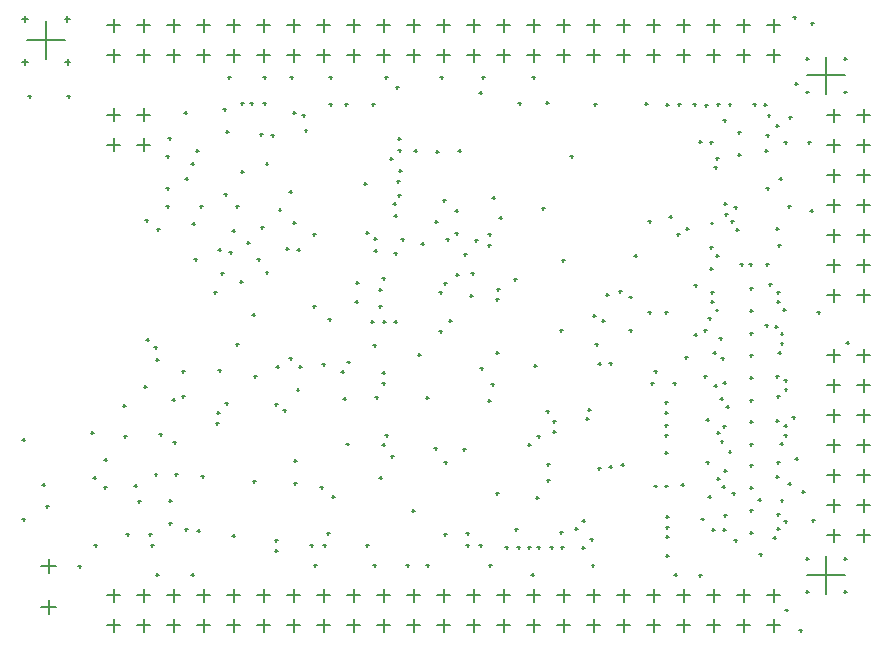
<source format=gbr>
%TF.GenerationSoftware,Altium Limited,Altium Designer,21.1.0 (24)*%
G04 Layer_Color=128*
%FSLAX45Y45*%
%MOMM*%
%TF.SameCoordinates,396C0E3A-29EE-4C6C-8395-06145A698007*%
%TF.FilePolarity,Positive*%
%TF.FileFunction,Drillmap*%
%TF.Part,Single*%
G01*
G75*
%TA.AperFunction,NonConductor*%
%ADD238C,0.12700*%
D238*
X1977000Y190500D02*
X2087000D01*
X2032000Y135500D02*
Y245500D01*
X2231000Y190500D02*
X2341000D01*
X2286000Y135500D02*
Y245500D01*
X2485000Y190500D02*
X2595000D01*
X2540000Y135500D02*
Y245500D01*
X2739000Y190500D02*
X2849000D01*
X2794000Y135500D02*
Y245500D01*
X2993000Y190500D02*
X3103000D01*
X3048000Y135500D02*
Y245500D01*
X3247000Y190500D02*
X3357000D01*
X3302000Y135500D02*
Y245500D01*
X3501000Y190500D02*
X3611000D01*
X3556000Y135500D02*
Y245500D01*
X3755000Y190500D02*
X3865000D01*
X3810000Y135500D02*
Y245500D01*
X4009000Y190500D02*
X4119000D01*
X4064000Y135500D02*
Y245500D01*
X4263000Y190500D02*
X4373000D01*
X4318000Y135500D02*
Y245500D01*
X4517000Y190500D02*
X4627000D01*
X4572000Y135500D02*
Y245500D01*
X4771000Y190500D02*
X4881000D01*
X4826000Y135500D02*
Y245500D01*
X5025000Y190500D02*
X5135000D01*
X5080000Y135500D02*
Y245500D01*
X5279000Y190500D02*
X5389000D01*
X5334000Y135500D02*
Y245500D01*
X5533000Y190500D02*
X5643000D01*
X5588000Y135500D02*
Y245500D01*
X5787000Y190500D02*
X5897000D01*
X5842000Y135500D02*
Y245500D01*
X6041000Y190500D02*
X6151000D01*
X6096000Y135500D02*
Y245500D01*
X6295000Y190500D02*
X6405000D01*
X6350000Y135500D02*
Y245500D01*
X6549000Y190500D02*
X6659000D01*
X6604000Y135500D02*
Y245500D01*
X6803000Y190500D02*
X6913000D01*
X6858000Y135500D02*
Y245500D01*
X7057000Y190500D02*
X7167000D01*
X7112000Y135500D02*
Y245500D01*
X7311000Y190500D02*
X7421000D01*
X7366000Y135500D02*
Y245500D01*
X7565000Y190500D02*
X7675000D01*
X7620000Y135500D02*
Y245500D01*
X1977000Y444500D02*
X2087000D01*
X2032000Y389500D02*
Y499500D01*
X2231000Y444500D02*
X2341000D01*
X2286000Y389500D02*
Y499500D01*
X2485000Y444500D02*
X2595000D01*
X2540000Y389500D02*
Y499500D01*
X2739000Y444500D02*
X2849000D01*
X2794000Y389500D02*
Y499500D01*
X2993000Y444500D02*
X3103000D01*
X3048000Y389500D02*
Y499500D01*
X3247000Y444500D02*
X3357000D01*
X3302000Y389500D02*
Y499500D01*
X3501000Y444500D02*
X3611000D01*
X3556000Y389500D02*
Y499500D01*
X3755000Y444500D02*
X3865000D01*
X3810000Y389500D02*
Y499500D01*
X4009000Y444500D02*
X4119000D01*
X4064000Y389500D02*
Y499500D01*
X4263000Y444500D02*
X4373000D01*
X4318000Y389500D02*
Y499500D01*
X4517000Y444500D02*
X4627000D01*
X4572000Y389500D02*
Y499500D01*
X4771000Y444500D02*
X4881000D01*
X4826000Y389500D02*
Y499500D01*
X5025000Y444500D02*
X5135000D01*
X5080000Y389500D02*
Y499500D01*
X5279000Y444500D02*
X5389000D01*
X5334000Y389500D02*
Y499500D01*
X5533000Y444500D02*
X5643000D01*
X5588000Y389500D02*
Y499500D01*
X5787000Y444500D02*
X5897000D01*
X5842000Y389500D02*
Y499500D01*
X6041000Y444500D02*
X6151000D01*
X6096000Y389500D02*
Y499500D01*
X6295000Y444500D02*
X6405000D01*
X6350000Y389500D02*
Y499500D01*
X6549000Y444500D02*
X6659000D01*
X6604000Y389500D02*
Y499500D01*
X6803000Y444500D02*
X6913000D01*
X6858000Y389500D02*
Y499500D01*
X7057000Y444500D02*
X7167000D01*
X7112000Y389500D02*
Y499500D01*
X7311000Y444500D02*
X7421000D01*
X7366000Y389500D02*
Y499500D01*
X7565000Y444500D02*
X7675000D01*
X7620000Y389500D02*
Y499500D01*
X1977000Y5016500D02*
X2087000D01*
X2032000Y4961500D02*
Y5071500D01*
X2231000Y5016500D02*
X2341000D01*
X2286000Y4961500D02*
Y5071500D01*
X2485000Y5016500D02*
X2595000D01*
X2540000Y4961500D02*
Y5071500D01*
X2739000Y5016500D02*
X2849000D01*
X2794000Y4961500D02*
Y5071500D01*
X2993000Y5016500D02*
X3103000D01*
X3048000Y4961500D02*
Y5071500D01*
X3247000Y5016500D02*
X3357000D01*
X3302000Y4961500D02*
Y5071500D01*
X3501000Y5016500D02*
X3611000D01*
X3556000Y4961500D02*
Y5071500D01*
X3755000Y5016500D02*
X3865000D01*
X3810000Y4961500D02*
Y5071500D01*
X4009000Y5016500D02*
X4119000D01*
X4064000Y4961500D02*
Y5071500D01*
X4263000Y5016500D02*
X4373000D01*
X4318000Y4961500D02*
Y5071500D01*
X4517000Y5016500D02*
X4627000D01*
X4572000Y4961500D02*
Y5071500D01*
X4771000Y5016500D02*
X4881000D01*
X4826000Y4961500D02*
Y5071500D01*
X5025000Y5016500D02*
X5135000D01*
X5080000Y4961500D02*
Y5071500D01*
X5279000Y5016500D02*
X5389000D01*
X5334000Y4961500D02*
Y5071500D01*
X5533000Y5016500D02*
X5643000D01*
X5588000Y4961500D02*
Y5071500D01*
X5787000Y5016500D02*
X5897000D01*
X5842000Y4961500D02*
Y5071500D01*
X6041000Y5016500D02*
X6151000D01*
X6096000Y4961500D02*
Y5071500D01*
X6295000Y5016500D02*
X6405000D01*
X6350000Y4961500D02*
Y5071500D01*
X6549000Y5016500D02*
X6659000D01*
X6604000Y4961500D02*
Y5071500D01*
X6803000Y5016500D02*
X6913000D01*
X6858000Y4961500D02*
Y5071500D01*
X7057000Y5016500D02*
X7167000D01*
X7112000Y4961500D02*
Y5071500D01*
X7311000Y5016500D02*
X7421000D01*
X7366000Y4961500D02*
Y5071500D01*
X7565000Y5016500D02*
X7675000D01*
X7620000Y4961500D02*
Y5071500D01*
X1977000Y5270500D02*
X2087000D01*
X2032000Y5215500D02*
Y5325500D01*
X2231000Y5270500D02*
X2341000D01*
X2286000Y5215500D02*
Y5325500D01*
X2485000Y5270500D02*
X2595000D01*
X2540000Y5215500D02*
Y5325500D01*
X2739000Y5270500D02*
X2849000D01*
X2794000Y5215500D02*
Y5325500D01*
X2993000Y5270500D02*
X3103000D01*
X3048000Y5215500D02*
Y5325500D01*
X3247000Y5270500D02*
X3357000D01*
X3302000Y5215500D02*
Y5325500D01*
X3501000Y5270500D02*
X3611000D01*
X3556000Y5215500D02*
Y5325500D01*
X3755000Y5270500D02*
X3865000D01*
X3810000Y5215500D02*
Y5325500D01*
X4009000Y5270500D02*
X4119000D01*
X4064000Y5215500D02*
Y5325500D01*
X4263000Y5270500D02*
X4373000D01*
X4318000Y5215500D02*
Y5325500D01*
X4517000Y5270500D02*
X4627000D01*
X4572000Y5215500D02*
Y5325500D01*
X4771000Y5270500D02*
X4881000D01*
X4826000Y5215500D02*
Y5325500D01*
X5025000Y5270500D02*
X5135000D01*
X5080000Y5215500D02*
Y5325500D01*
X5279000Y5270500D02*
X5389000D01*
X5334000Y5215500D02*
Y5325500D01*
X5533000Y5270500D02*
X5643000D01*
X5588000Y5215500D02*
Y5325500D01*
X5787000Y5270500D02*
X5897000D01*
X5842000Y5215500D02*
Y5325500D01*
X6041000Y5270500D02*
X6151000D01*
X6096000Y5215500D02*
Y5325500D01*
X6295000Y5270500D02*
X6405000D01*
X6350000Y5215500D02*
Y5325500D01*
X6549000Y5270500D02*
X6659000D01*
X6604000Y5215500D02*
Y5325500D01*
X6803000Y5270500D02*
X6913000D01*
X6858000Y5215500D02*
Y5325500D01*
X7057000Y5270500D02*
X7167000D01*
X7112000Y5215500D02*
Y5325500D01*
X7311000Y5270500D02*
X7421000D01*
X7366000Y5215500D02*
Y5325500D01*
X7565000Y5270500D02*
X7675000D01*
X7620000Y5215500D02*
Y5325500D01*
X8327000Y952800D02*
X8437000D01*
X8382000Y897800D02*
Y1007800D01*
X8327000Y1206800D02*
X8437000D01*
X8382000Y1151800D02*
Y1261800D01*
X8327000Y1460800D02*
X8437000D01*
X8382000Y1405800D02*
Y1515800D01*
X8327000Y1714800D02*
X8437000D01*
X8382000Y1659800D02*
Y1769800D01*
X8327000Y1968800D02*
X8437000D01*
X8382000Y1913800D02*
Y2023800D01*
X8327000Y2222800D02*
X8437000D01*
X8382000Y2167800D02*
Y2277800D01*
X8327000Y2476800D02*
X8437000D01*
X8382000Y2421800D02*
Y2531800D01*
X8073000Y952800D02*
X8183000D01*
X8128000Y897800D02*
Y1007800D01*
X8073000Y1206800D02*
X8183000D01*
X8128000Y1151800D02*
Y1261800D01*
X8073000Y1460800D02*
X8183000D01*
X8128000Y1405800D02*
Y1515800D01*
X8073000Y1714800D02*
X8183000D01*
X8128000Y1659800D02*
Y1769800D01*
X8073000Y1968800D02*
X8183000D01*
X8128000Y1913800D02*
Y2023800D01*
X8073000Y2222800D02*
X8183000D01*
X8128000Y2167800D02*
Y2277800D01*
X8073000Y2476800D02*
X8183000D01*
X8128000Y2421800D02*
Y2531800D01*
X8073000Y4508800D02*
X8183000D01*
X8128000Y4453800D02*
Y4563800D01*
X8073000Y4254800D02*
X8183000D01*
X8128000Y4199800D02*
Y4309800D01*
X8073000Y4000800D02*
X8183000D01*
X8128000Y3945800D02*
Y4055800D01*
X8073000Y3746800D02*
X8183000D01*
X8128000Y3691800D02*
Y3801800D01*
X8073000Y3492800D02*
X8183000D01*
X8128000Y3437800D02*
Y3547800D01*
X8073000Y3238800D02*
X8183000D01*
X8128000Y3183800D02*
Y3293800D01*
X8073000Y2984800D02*
X8183000D01*
X8128000Y2929800D02*
Y3039800D01*
X8327000Y4508800D02*
X8437000D01*
X8382000Y4453800D02*
Y4563800D01*
X8327000Y4254800D02*
X8437000D01*
X8382000Y4199800D02*
Y4309800D01*
X8327000Y4000800D02*
X8437000D01*
X8382000Y3945800D02*
Y4055800D01*
X8327000Y3746800D02*
X8437000D01*
X8382000Y3691800D02*
Y3801800D01*
X8327000Y3492800D02*
X8437000D01*
X8382000Y3437800D02*
Y3547800D01*
X8327000Y3238800D02*
X8437000D01*
X8382000Y3183800D02*
Y3293800D01*
X8327000Y2984800D02*
X8437000D01*
X8382000Y2929800D02*
Y3039800D01*
X2231000Y4258400D02*
X2341000D01*
X2286000Y4203400D02*
Y4313400D01*
X1977000Y4258400D02*
X2087000D01*
X2032000Y4203400D02*
Y4313400D01*
X2231000Y4512400D02*
X2341000D01*
X2286000Y4457400D02*
Y4567400D01*
X1977000Y4512400D02*
X2087000D01*
X2032000Y4457400D02*
Y4567400D01*
X7904500Y615000D02*
X8224500D01*
X8064500Y455000D02*
Y775000D01*
X7904500Y4846000D02*
X8224500D01*
X8064500Y4686000D02*
Y5006000D01*
X1300500Y5143500D02*
X1620500D01*
X1460500Y4983500D02*
Y5303500D01*
X1420000Y695000D02*
X1540000D01*
X1480000Y635000D02*
Y755000D01*
X1420000Y345000D02*
X1540000D01*
X1480000Y285000D02*
Y405000D01*
X4467500Y3460000D02*
X4492500D01*
X4480000Y3447500D02*
Y3472500D01*
X4407500Y3340000D02*
X4432500D01*
X4420000Y3327500D02*
Y3352500D01*
X3205827Y2818327D02*
X3230827D01*
X3218327Y2805828D02*
Y2830827D01*
X5657500Y3720000D02*
X5682500D01*
X5670000Y3707500D02*
Y3732500D01*
X4925451Y3702049D02*
X4950451D01*
X4937951Y3689549D02*
Y3714549D01*
X2497500Y1055000D02*
X2522500D01*
X2510000Y1042500D02*
Y1067500D01*
X2497500Y1245000D02*
X2522500D01*
X2510000Y1232500D02*
Y1257500D01*
X3557500Y1395000D02*
X3582500D01*
X3570000Y1382500D02*
Y1407500D01*
X3557500Y1585000D02*
X3582500D01*
X3570000Y1572500D02*
Y1597500D01*
X7417500Y2855000D02*
X7442500D01*
X7430000Y2842500D02*
Y2867500D01*
X7417500Y3045000D02*
X7442500D01*
X7430000Y3032500D02*
Y3057500D01*
X7417500Y975000D02*
X7442500D01*
X7430000Y962500D02*
Y987500D01*
X7417500Y1165000D02*
X7442500D01*
X7430000Y1152500D02*
Y1177500D01*
X7417500Y1725000D02*
X7442500D01*
X7430000Y1712500D02*
Y1737500D01*
X7417500Y1915000D02*
X7442500D01*
X7430000Y1902500D02*
Y1927500D01*
X7417500Y1355000D02*
X7442500D01*
X7430000Y1342500D02*
Y1367500D01*
X7417500Y1545000D02*
X7442500D01*
X7430000Y1532500D02*
Y1557500D01*
X7417500Y2095000D02*
X7442500D01*
X7430000Y2082500D02*
Y2107500D01*
X7417500Y2285000D02*
X7442500D01*
X7430000Y2272500D02*
Y2297500D01*
X7317500Y4365000D02*
X7342500D01*
X7330000Y4352500D02*
Y4377500D01*
X7317500Y4175000D02*
X7342500D01*
X7330000Y4162500D02*
Y4187500D01*
X7417500Y2475000D02*
X7442500D01*
X7430000Y2462500D02*
Y2487500D01*
X7417500Y2665000D02*
X7442500D01*
X7430000Y2652500D02*
Y2677500D01*
X8212000Y755000D02*
X8237000D01*
X8224500Y742500D02*
Y767500D01*
X8212000Y475000D02*
X8237000D01*
X8224500Y462500D02*
Y487500D01*
X7892000Y475000D02*
X7917000D01*
X7904500Y462500D02*
Y487500D01*
X7892000Y755000D02*
X7917000D01*
X7904500Y742500D02*
Y767500D01*
X8212000Y4986000D02*
X8237000D01*
X8224500Y4973500D02*
Y4998500D01*
X8212000Y4706000D02*
X8237000D01*
X8224500Y4693500D02*
Y4718500D01*
X7892000Y4706000D02*
X7917000D01*
X7904500Y4693500D02*
Y4718500D01*
X7892000Y4986000D02*
X7917000D01*
X7904500Y4973500D02*
Y4998500D01*
X1255500Y5323500D02*
X1305500D01*
X1280500Y5298500D02*
Y5348500D01*
X1255500Y4963500D02*
X1305500D01*
X1280500Y4938500D02*
Y4988500D01*
X1615988Y4963500D02*
X1665988D01*
X1640988Y4938500D02*
Y4988500D01*
X1615484Y5323500D02*
X1665484D01*
X1640484Y5298500D02*
Y5348500D01*
X7657500Y2500000D02*
X7682500D01*
X7670000Y2487500D02*
Y2512500D01*
X7192653Y2243440D02*
X7217653D01*
X7205153Y2230940D02*
Y2255940D01*
X7137361Y1819851D02*
X7162361D01*
X7149861Y1807351D02*
Y1832351D01*
X7189362Y1873897D02*
X7214361D01*
X7201861Y1861397D02*
Y1886397D01*
X7637485Y1449997D02*
X7662485D01*
X7649985Y1437497D02*
Y1462497D01*
X7777134Y1953060D02*
X7802134D01*
X7789634Y1940561D02*
Y1965560D01*
X7802233Y1601672D02*
X7827233D01*
X7814733Y1589172D02*
Y1614172D01*
X7183014Y1363489D02*
X7208014D01*
X7195514Y1350989D02*
Y1375989D01*
X7137500Y1430000D02*
X7162500D01*
X7150000Y1417500D02*
Y1442500D01*
X4164989Y3515000D02*
X4189989D01*
X4177489Y3502500D02*
Y3527500D01*
X4234154Y3463445D02*
X4259154D01*
X4246654Y3450945D02*
Y3475945D01*
X2347500Y870000D02*
X2372500D01*
X2360000Y857500D02*
Y882500D01*
X3579773Y2185804D02*
X3604772D01*
X3592272Y2173304D02*
Y2198303D01*
X6098159Y4600659D02*
X6123158D01*
X6110659Y4588159D02*
Y4613158D01*
X6527512Y4604881D02*
X6552512D01*
X6540012Y4592381D02*
Y4617381D01*
X7932708Y5287588D02*
X7957708D01*
X7945208Y5275088D02*
Y5300087D01*
X7695471Y2864162D02*
X7720470D01*
X7707970Y2851662D02*
Y2876662D01*
X4307500Y2330000D02*
X4332500D01*
X4320000Y2317500D02*
Y2342500D01*
X4607500Y2480000D02*
X4632500D01*
X4620000Y2467500D02*
Y2492500D01*
X4277500Y3030000D02*
X4302500D01*
X4290000Y3017500D02*
Y3042500D01*
X4407500Y2760000D02*
X4432500D01*
X4420000Y2747500D02*
Y2772500D01*
X4277500Y2890000D02*
X4302500D01*
X4290000Y2877500D02*
Y2902500D01*
X4308905Y2760000D02*
X4333904D01*
X4321405Y2747500D02*
Y2772500D01*
X3517500Y3860000D02*
X3542500D01*
X3530000Y3847500D02*
Y3872500D01*
X2637500Y3970000D02*
X2662500D01*
X2650000Y3957500D02*
Y3982500D01*
X2957500Y4560000D02*
X2982500D01*
X2970000Y4547500D02*
Y4572500D01*
X3108534Y4610965D02*
X3133534D01*
X3121034Y4598465D02*
Y4623464D01*
X3187500Y4610000D02*
X3212500D01*
X3200000Y4597500D02*
Y4622500D01*
X3987500Y4602500D02*
X4012500D01*
X4000000Y4590000D02*
Y4615000D01*
X4217500Y4602500D02*
X4242500D01*
X4230000Y4590000D02*
Y4615000D01*
X4421792Y4747500D02*
X4446792D01*
X4434292Y4735000D02*
Y4760000D01*
X2760000Y3740000D02*
X2785000D01*
X2772500Y3727500D02*
Y3752500D01*
X5693159Y2004341D02*
X5718158D01*
X5705659Y1991842D02*
Y2016841D01*
X5807500Y2690000D02*
X5832500D01*
X5820000Y2677500D02*
Y2702500D01*
X5587500Y2390000D02*
X5612500D01*
X5600000Y2377500D02*
Y2402500D01*
X2897500Y1900000D02*
X2922500D01*
X2910000Y1887500D02*
Y1912500D01*
X3037500Y950000D02*
X3062500D01*
X3050000Y937500D02*
Y962500D01*
X5017500Y870000D02*
X5042500D01*
X5030000Y857500D02*
Y882500D01*
X5127500Y870000D02*
X5152500D01*
X5140000Y857500D02*
Y882500D01*
X7942661Y1080000D02*
X7967661D01*
X7955161Y1067500D02*
Y1092500D01*
X4798750Y4830000D02*
X4823750D01*
X4811250Y4817500D02*
Y4842500D01*
X2997500Y4830000D02*
X3022500D01*
X3010000Y4817500D02*
Y4842500D01*
X2495728Y4313171D02*
X2520728D01*
X2508228Y4300671D02*
Y4325671D01*
X1307500Y4670000D02*
X1332500D01*
X1320000Y4657500D02*
Y4682500D01*
X4577500Y4210000D02*
X4602500D01*
X4590000Y4197500D02*
Y4222500D01*
X4637500Y3420000D02*
X4662500D01*
X4650000Y3407500D02*
Y3432500D01*
X2627500Y4530000D02*
X2652500D01*
X2640000Y4517500D02*
Y4542500D01*
X5267500Y2500000D02*
X5292500D01*
X5280000Y2487500D02*
Y2512500D01*
X6557500Y3610000D02*
X6582500D01*
X6570000Y3597500D02*
Y3622500D01*
X6557500Y2840000D02*
X6582500D01*
X6570000Y2827500D02*
Y2852500D01*
X6107500Y2570000D02*
X6132500D01*
X6120000Y2557500D02*
Y2582500D01*
X5607500Y1270000D02*
X5632500D01*
X5620000Y1257500D02*
Y1282500D01*
X7667500Y3970000D02*
X7692500D01*
X7680000Y3957500D02*
Y3982500D01*
X7567500Y4510000D02*
X7592500D01*
X7580000Y4497500D02*
Y4522500D01*
X3217500Y2300000D02*
X3242500D01*
X3230000Y2287500D02*
Y2312500D01*
X3064854Y2569391D02*
X3089854D01*
X3077354Y2556891D02*
Y2581890D01*
X2374916Y2543022D02*
X2399916D01*
X2387416Y2530522D02*
Y2555522D01*
X2633536Y1005198D02*
X2658536D01*
X2646036Y992698D02*
Y1017697D01*
X1457500Y1200000D02*
X1482500D01*
X1470000Y1187500D02*
Y1212500D01*
X1950144Y1591929D02*
X1975144D01*
X1962644Y1579429D02*
Y1604429D01*
X2205744Y1370541D02*
X2230743D01*
X2218243Y1358041D02*
Y1383041D01*
X2547500Y1470000D02*
X2572500D01*
X2560000Y1457500D02*
Y1482500D01*
X2903192Y1991900D02*
X2928192D01*
X2915692Y1979400D02*
Y2004400D01*
X3207500Y1410000D02*
X3232500D01*
X3220000Y1397500D02*
Y1422500D01*
X4329717Y1798770D02*
X4354717D01*
X4342217Y1786270D02*
Y1811269D01*
X3877500Y1279012D02*
X3902500D01*
X3890000Y1266512D02*
Y1291512D01*
X4279733Y1439012D02*
X4304733D01*
X4292233Y1426512D02*
Y1451512D01*
X3782560Y1359012D02*
X3807560D01*
X3795060Y1346512D02*
Y1371512D01*
X4377500Y1620000D02*
X4402500D01*
X4390000Y1607500D02*
Y1632500D01*
X7707499Y4280000D02*
X7732498D01*
X7719999Y4267500D02*
Y4292500D01*
X7637500Y4420000D02*
X7662500D01*
X7650000Y4407500D02*
Y4432500D01*
X7557500Y4340000D02*
X7582500D01*
X7570000Y4327500D02*
Y4352500D01*
X7747500Y4490000D02*
X7772500D01*
X7760000Y4477500D02*
Y4502500D01*
X7737500Y3740000D02*
X7762500D01*
X7750000Y3727500D02*
Y3752500D01*
X7637500Y3550000D02*
X7662500D01*
X7650000Y3537500D02*
Y3562500D01*
X7927500Y3700000D02*
X7952500D01*
X7940000Y3687500D02*
Y3712500D01*
X7797500Y4774736D02*
X7822500D01*
X7810000Y4762236D02*
Y4787236D01*
X5128030Y4700000D02*
X5153029D01*
X5140529Y4687500D02*
Y4712500D01*
X3857500Y4602500D02*
X3882500D01*
X3870000Y4590000D02*
Y4615000D01*
X5457500Y4610000D02*
X5482500D01*
X5470000Y4597500D02*
Y4622500D01*
X5690849Y4613348D02*
X5715848D01*
X5703349Y4600849D02*
Y4625848D01*
X5577500Y4830000D02*
X5602500D01*
X5590000Y4817500D02*
Y4842500D01*
X4327500Y4830000D02*
X4352500D01*
X4340000Y4817500D02*
Y4842500D01*
X3857500Y4830000D02*
X3882500D01*
X3870000Y4817500D02*
Y4842500D01*
X3527500Y4830000D02*
X3552500D01*
X3540000Y4817500D02*
Y4842500D01*
X3297500Y4830000D02*
X3322500D01*
X3310000Y4817500D02*
Y4842500D01*
X3297500Y4610000D02*
X3322500D01*
X3310000Y4597500D02*
Y4622500D01*
X3547500Y4530000D02*
X3572500D01*
X3560000Y4517500D02*
Y4542500D01*
X3627500Y4510000D02*
X3652500D01*
X3640000Y4497500D02*
Y4522500D01*
X5147500Y4830000D02*
X5172500D01*
X5160000Y4817500D02*
Y4842500D01*
X3837500Y970000D02*
X3862500D01*
X3850000Y957500D02*
Y982500D01*
X7237500Y4600000D02*
X7262500D01*
X7250000Y4587500D02*
Y4612500D01*
X7447500Y4600000D02*
X7472500D01*
X7460000Y4587500D02*
Y4612500D01*
X7191842Y4465659D02*
X7216841D01*
X7204341Y4453159D02*
Y4478158D01*
X7137106Y4600923D02*
X7162106D01*
X7149606Y4588423D02*
Y4613423D01*
X7037500Y4595265D02*
X7062500D01*
X7050000Y4582765D02*
Y4607764D01*
X7537359Y4599532D02*
X7562359D01*
X7549859Y4587032D02*
Y4612031D01*
X6937500Y4600000D02*
X6962500D01*
X6950000Y4587500D02*
Y4612500D01*
X6807500Y4600000D02*
X6832500D01*
X6820000Y4587500D02*
Y4612500D01*
X6708195Y4598026D02*
X6733195D01*
X6720695Y4585527D02*
Y4610526D01*
X5747500Y1920000D02*
X5772500D01*
X5760000Y1907500D02*
Y1932500D01*
X5747500Y1830000D02*
X5772500D01*
X5760000Y1817500D02*
Y1842500D01*
X5826249Y3281251D02*
X5851249D01*
X5838749Y3268751D02*
Y3293751D01*
X6130000Y1520000D02*
X6155000D01*
X6142500Y1507500D02*
Y1532500D01*
X6229069Y1531568D02*
X6254068D01*
X6241568Y1519069D02*
Y1544068D01*
X5697500Y1552500D02*
X5722500D01*
X5710000Y1540000D02*
Y1565000D01*
X6327500Y1550000D02*
X6352500D01*
X6340000Y1537500D02*
Y1562500D01*
X6045000Y2016697D02*
X6070000D01*
X6057500Y2004197D02*
Y2029197D01*
X5617500Y1790000D02*
X5642500D01*
X5630000Y1777500D02*
Y1802500D01*
X5994152Y846652D02*
X6019152D01*
X6006652Y834152D02*
Y859152D01*
X6000804Y1076697D02*
X6025803D01*
X6013303Y1064197D02*
Y1089197D01*
X5937500Y1010000D02*
X5962500D01*
X5950000Y997500D02*
Y1022500D01*
X5807500Y980000D02*
X5832500D01*
X5820000Y967500D02*
Y992500D01*
X5817500Y850529D02*
X5842500D01*
X5830000Y838030D02*
Y863029D01*
X6067500Y920000D02*
X6092500D01*
X6080000Y907500D02*
Y932500D01*
X4757500Y4200000D02*
X4782500D01*
X4770000Y4187500D02*
Y4212500D01*
X4207500Y2760000D02*
X4232500D01*
X4220000Y2747500D02*
Y2772500D01*
X4557500Y1160000D02*
X4582500D01*
X4570000Y1147500D02*
Y1172500D01*
X2607500Y2340000D02*
X2632500D01*
X2620000Y2327500D02*
Y2352500D01*
X2537500Y1740000D02*
X2562500D01*
X2550000Y1727500D02*
Y1752500D01*
X2417500Y1810000D02*
X2442500D01*
X2430000Y1797500D02*
Y1822500D01*
X3958159Y2339342D02*
X3983158D01*
X3970659Y2326842D02*
Y2351841D01*
X3466841Y2010658D02*
X3491841D01*
X3479341Y1998159D02*
Y2023158D01*
X3397493Y2059996D02*
X3422493D01*
X3409993Y2047496D02*
Y2072496D01*
X4007500Y2420000D02*
X4032500D01*
X4020000Y2407500D02*
Y2432500D01*
X2377500Y1470000D02*
X2402500D01*
X2390000Y1457500D02*
Y1482500D01*
X1427500Y1380000D02*
X1452500D01*
X1440000Y1367500D02*
Y1392500D01*
X3850000Y2780000D02*
X3875000D01*
X3862500Y2767500D02*
Y2792500D01*
X3797500Y2400000D02*
X3822500D01*
X3810000Y2387500D02*
Y2412500D01*
X4002386Y1725615D02*
X4027386D01*
X4014886Y1713115D02*
Y1738115D01*
X5427500Y1002500D02*
X5452500D01*
X5440000Y990000D02*
Y1015000D01*
X5346842Y849342D02*
X5371841D01*
X5359342Y836842D02*
Y861842D01*
X5727500Y850000D02*
X5752500D01*
X5740000Y837500D02*
Y862500D01*
X5447500Y850000D02*
X5472500D01*
X5460000Y837500D02*
Y862500D01*
X5537500Y850000D02*
X5562500D01*
X5550000Y837500D02*
Y862500D01*
X5617500Y850000D02*
X5642500D01*
X5630000Y837500D02*
Y862500D01*
X4307500Y1720000D02*
X4332500D01*
X4320000Y1707500D02*
Y1732500D01*
X4747500Y1690000D02*
X4772500D01*
X4760000Y1677500D02*
Y1702500D01*
X4247500Y2120000D02*
X4272500D01*
X4260000Y2107500D02*
Y2132500D01*
X3977500Y2110000D02*
X4002500D01*
X3990000Y2097500D02*
Y2122500D01*
X4827500Y960000D02*
X4852500D01*
X4840000Y947500D02*
Y972500D01*
X3807500Y870000D02*
X3832500D01*
X3820000Y857500D02*
Y882500D01*
X4167500Y870000D02*
X4192500D01*
X4180000Y857500D02*
Y882500D01*
X5017500Y970000D02*
X5042500D01*
X5030000Y957500D02*
Y982500D01*
X2327500Y960000D02*
X2352500D01*
X2340000Y947500D02*
Y972500D01*
X5567500Y620000D02*
X5592500D01*
X5580000Y607500D02*
Y632500D01*
X2137500Y960000D02*
X2162500D01*
X2150000Y947500D02*
Y972500D01*
X2107140Y2050360D02*
X2132140D01*
X2119640Y2037860D02*
Y2062859D01*
X2117500Y1790000D02*
X2142500D01*
X2130000Y1777500D02*
Y1802500D01*
X2737500Y990000D02*
X2762500D01*
X2750000Y977500D02*
Y1002500D01*
X3697500Y870000D02*
X3722500D01*
X3710000Y857500D02*
Y882500D01*
X2387500Y620000D02*
X2412500D01*
X2400000Y607500D02*
Y632500D01*
X2687500Y620000D02*
X2712500D01*
X2700000Y607500D02*
Y632500D01*
X2775000Y1452500D02*
X2800000D01*
X2787500Y1440000D02*
Y1465000D01*
X1947500Y1360000D02*
X1972500D01*
X1960000Y1347500D02*
Y1372500D01*
X1731881Y690018D02*
X1756881D01*
X1744381Y677518D02*
Y702518D01*
X1867500Y870000D02*
X1892500D01*
X1880000Y857500D02*
Y882500D01*
X2237500Y1240000D02*
X2262500D01*
X2250000Y1227500D02*
Y1252500D01*
X1857500Y1440000D02*
X1882500D01*
X1870000Y1427500D02*
Y1452500D01*
X2307500Y2610000D02*
X2332500D01*
X2320000Y2597500D02*
Y2622500D01*
X2697500Y3590000D02*
X2722500D01*
X2710000Y3577500D02*
Y3602500D01*
X2937500Y3170000D02*
X2962500D01*
X2950000Y3157500D02*
Y3182500D01*
X3009164Y3349445D02*
X3034164D01*
X3021664Y3336945D02*
Y3361945D01*
X2297500Y3620000D02*
X2322500D01*
X2310000Y3607500D02*
Y3632500D01*
X2397500Y3544998D02*
X2422500D01*
X2410000Y3532498D02*
Y3557498D01*
X2288073Y2211071D02*
X2313073D01*
X2300573Y2198571D02*
Y2223570D01*
X5197500Y3410000D02*
X5222500D01*
X5210000Y3397500D02*
Y3422500D01*
X5202102Y3502534D02*
X5227102D01*
X5214602Y3490034D02*
Y3515034D01*
X7028159Y2300659D02*
X7053158D01*
X7040659Y2288159D02*
Y2313158D01*
X6867348Y2460817D02*
X6892347D01*
X6879848Y2448317D02*
Y2473317D01*
X7006842Y1090658D02*
X7031841D01*
X7019342Y1078159D02*
Y1103158D01*
X7097486Y999998D02*
X7122486D01*
X7109986Y987498D02*
Y1012498D01*
X6987395Y614807D02*
X7012395D01*
X6999895Y602307D02*
Y627307D01*
X7497958Y792345D02*
X7522957D01*
X7510457Y779845D02*
Y804845D01*
X4987500Y1680000D02*
X5012500D01*
X5000000Y1667500D02*
Y1692500D01*
X7717500Y320000D02*
X7742500D01*
X7730000Y307500D02*
Y332500D01*
X8235854Y2583854D02*
X8260854D01*
X8248354Y2571355D02*
Y2596354D01*
X7197500Y3760000D02*
X7222500D01*
X7210000Y3747500D02*
Y3772500D01*
X6397500Y2690000D02*
X6422500D01*
X6410000Y2677500D02*
Y2702500D01*
X6163654Y2770358D02*
X6188654D01*
X6176154Y2757858D02*
Y2782858D01*
X3397500Y910000D02*
X3422500D01*
X3410000Y897500D02*
Y922500D01*
X3397500Y820000D02*
X3422500D01*
X3410000Y807500D02*
Y832500D01*
X6697753Y1885314D02*
X6722753D01*
X6710253Y1872814D02*
Y1897814D01*
X7117500Y2220000D02*
X7142500D01*
X7130000Y2207500D02*
Y2232500D01*
X7787500Y5340000D02*
X7812500D01*
X7800000Y5327500D02*
Y5352500D01*
X7490000Y1252366D02*
X7515000D01*
X7502500Y1239866D02*
Y1264866D01*
X7677485Y1249997D02*
X7702484D01*
X7689985Y1237498D02*
Y1262497D01*
X7267500Y1307500D02*
X7292500D01*
X7280000Y1295000D02*
Y1320000D01*
X7857500D02*
X7882500D01*
X7870000Y1307500D02*
Y1332500D01*
X7741646Y1387500D02*
X7766645D01*
X7754146Y1375000D02*
Y1400000D01*
X6987500Y4284038D02*
X7012500D01*
X7000000Y4271539D02*
Y4296538D01*
X7177486Y2449995D02*
X7202485D01*
X7189986Y2437495D02*
Y2462495D01*
X7107500Y2500000D02*
X7132500D01*
X7120000Y2487500D02*
Y2512500D01*
X7027500Y2690000D02*
X7052500D01*
X7040000Y2677500D02*
Y2702500D01*
X6947500Y2650000D02*
X6972500D01*
X6960000Y2637500D02*
Y2662500D01*
X7157486Y2619995D02*
X7182486D01*
X7169986Y2607495D02*
Y2632495D01*
X7067500Y2790000D02*
X7092500D01*
X7080000Y2777500D02*
Y2802500D01*
X7077500Y4280000D02*
X7102500D01*
X7090000Y4267500D02*
Y4292500D01*
X7130218Y4143903D02*
X7155217D01*
X7142717Y4131403D02*
Y4156403D01*
X7117486Y4069992D02*
X7142486D01*
X7129986Y4057492D02*
Y4082492D01*
X4397500Y3760000D02*
X4422500D01*
X4410000Y3747500D02*
Y3772500D01*
X4407500Y3660000D02*
X4432500D01*
X4420000Y3647500D02*
Y3672500D01*
X7337500Y3249251D02*
X7362500D01*
X7350000Y3236751D02*
Y3261750D01*
X7414251Y3249251D02*
X7439250D01*
X7426750Y3236751D02*
Y3261750D01*
X7553684Y3249251D02*
X7578684D01*
X7566184Y3236751D02*
Y3261750D01*
X7577500Y3080000D02*
X7602500D01*
X7590000Y3067500D02*
Y3092500D01*
X7645587Y3011913D02*
X7670586D01*
X7658087Y2999414D02*
Y3024413D01*
X7128817Y3321317D02*
X7153817D01*
X7141317Y3308817D02*
Y3333817D01*
X7087500Y3010000D02*
X7112500D01*
X7100000Y2997500D02*
Y3022500D01*
X7627500Y2720000D02*
X7652500D01*
X7640000Y2707500D02*
Y2732500D01*
X7677485Y2659995D02*
X7702484D01*
X7689985Y2647495D02*
Y2672495D01*
X7677485Y2579995D02*
X7702484D01*
X7689985Y2567495D02*
Y2592495D01*
X7547500Y2730000D02*
X7572500D01*
X7560000Y2717500D02*
Y2742500D01*
X7169623Y1747877D02*
X7194623D01*
X7182123Y1735377D02*
Y1760377D01*
X7047500Y1570000D02*
X7072500D01*
X7060000Y1557500D02*
Y1582500D01*
X7047500Y1930000D02*
X7072500D01*
X7060000Y1917500D02*
Y1942500D01*
X7168817Y2108683D02*
X7193817D01*
X7181317Y2096184D02*
Y2121183D01*
X7217486Y2039996D02*
X7242485D01*
X7229986Y2027496D02*
Y2052496D01*
X7187500Y1000000D02*
X7212500D01*
X7200000Y987500D02*
Y1012500D01*
X7197500Y1122500D02*
X7222500D01*
X7210000Y1110001D02*
Y1135000D01*
X7287500Y910000D02*
X7312500D01*
X7300000Y897500D02*
Y922500D01*
X7197486Y1499997D02*
X7222485D01*
X7209986Y1487497D02*
Y1512497D01*
X4237492Y3359993D02*
X4262491D01*
X4249991Y3347493D02*
Y3372493D01*
X4147500Y3930000D02*
X4172500D01*
X4160000Y3917500D02*
Y3942500D01*
X6797500Y3500000D02*
X6822500D01*
X6810000Y3487500D02*
Y3512500D01*
X7085000Y3596747D02*
X7110000D01*
X7097500Y3584247D02*
Y3609247D01*
X7545864Y4210000D02*
X7570864D01*
X7558364Y4197500D02*
Y4222500D01*
X7907500Y4280000D02*
X7932500D01*
X7920000Y4267500D02*
Y4292500D01*
X7708554Y2265000D02*
X7733554D01*
X7721054Y2252500D02*
Y2277499D01*
X7711603Y2190000D02*
X7736603D01*
X7724103Y2177500D02*
Y2202500D01*
X7637485Y2299995D02*
X7662485D01*
X7649985Y2287496D02*
Y2312495D01*
X7647485Y2129996D02*
X7672485D01*
X7659985Y2117496D02*
Y2142496D01*
X7707500Y1880000D02*
X7732500D01*
X7720000Y1867500D02*
Y1892500D01*
X7707500Y1800000D02*
X7732500D01*
X7720000Y1787500D02*
Y1812500D01*
X7639397Y1922499D02*
X7664397D01*
X7651897Y1909999D02*
Y1934999D01*
X7674827Y1726203D02*
X7699827D01*
X7687327Y1713703D02*
Y1738703D01*
X7647500Y1570000D02*
X7672500D01*
X7660000Y1557500D02*
Y1582500D01*
X7647485Y1129998D02*
X7672485D01*
X7659985Y1117498D02*
Y1142498D01*
X7647485Y1009998D02*
X7672485D01*
X7659985Y997498D02*
Y1022498D01*
X7707485Y1069998D02*
X7732484D01*
X7719985Y1057498D02*
Y1082498D01*
X7617500Y930000D02*
X7642500D01*
X7630000Y917500D02*
Y942500D01*
X6027500Y1940000D02*
X6052500D01*
X6040000Y1927500D02*
Y1952500D01*
X6767500Y2240000D02*
X6792500D01*
X6780000Y2227500D02*
Y2252500D01*
X5057500Y3170000D02*
X5082500D01*
X5070000Y3157500D02*
Y3182500D01*
X5273749Y3033751D02*
X5298749D01*
X5286249Y3021252D02*
Y3046251D01*
X5267500Y2950000D02*
X5292500D01*
X5280000Y2937500D02*
Y2962500D01*
X5137451Y2364951D02*
X5162451D01*
X5149951Y2352451D02*
Y2377451D01*
X4307500Y2240000D02*
X4332500D01*
X4320000Y2227500D02*
Y2252500D01*
X6707487Y779998D02*
X6732486D01*
X6719987Y767499D02*
Y792498D01*
X6707500Y1020000D02*
X6732500D01*
X6720000Y1007500D02*
Y1032500D01*
X7557500Y3890000D02*
X7582500D01*
X7570000Y3877500D02*
Y3902500D01*
X4847500Y3460000D02*
X4872500D01*
X4860000Y3447500D02*
Y3472500D01*
X4427500Y3950000D02*
X4452500D01*
X4440000Y3937500D02*
Y3962500D01*
X4367500Y4140000D02*
X4392500D01*
X4380000Y4127500D02*
Y4152500D01*
X4817490Y3789992D02*
X4842490D01*
X4829990Y3777493D02*
Y3802492D01*
X4447500Y4040000D02*
X4472500D01*
X4460000Y4027500D02*
Y4052500D01*
X3717500Y3500000D02*
X3742500D01*
X3730000Y3487500D02*
Y3512500D01*
X2917494Y3369993D02*
X2942494D01*
X2929994Y3357493D02*
Y3382493D01*
X3587500Y3370000D02*
X3612500D01*
X3600000Y3357500D02*
Y3382500D01*
X4077599Y2928585D02*
X4102598D01*
X4090098Y2916085D02*
Y2941085D01*
X4080000Y3090000D02*
X4105000D01*
X4092500Y3077500D02*
Y3102500D01*
X3408609Y2379792D02*
X3433609D01*
X3421109Y2367292D02*
Y2392292D01*
X3717500Y2890000D02*
X3742500D01*
X3730000Y2877500D02*
Y2902500D01*
X2917500Y2350000D02*
X2942500D01*
X2930000Y2337500D02*
Y2362500D01*
X3519874Y2452374D02*
X3544874D01*
X3532374Y2439874D02*
Y2464874D01*
X2714810Y3290000D02*
X2739810D01*
X2727310Y3277500D02*
Y3302500D01*
X6437500Y3320000D02*
X6462500D01*
X6450000Y3307500D02*
Y3332500D01*
X4437500Y4310000D02*
X4462500D01*
X4450000Y4297500D02*
Y4322500D01*
X1257500Y1090000D02*
X1282500D01*
X1270000Y1077500D02*
Y1102500D01*
X1257500Y1760000D02*
X1282500D01*
X1270000Y1747500D02*
Y1772500D01*
X2727500Y4210000D02*
X2752500D01*
X2740000Y4197500D02*
Y4222500D01*
X2477500Y4160000D02*
X2502500D01*
X2490000Y4147500D02*
Y4172500D01*
X3647500Y4380000D02*
X3672500D01*
X3660000Y4367500D02*
Y4392500D01*
X3267500Y4350000D02*
X3292500D01*
X3280000Y4337500D02*
Y4362500D01*
X3317500Y4097503D02*
X3342500D01*
X3330000Y4085003D02*
Y4110002D01*
X3067500Y3740000D02*
X3092500D01*
X3080000Y3727500D02*
Y3752500D01*
X3037500Y3530000D02*
X3062500D01*
X3050000Y3517500D02*
Y3542500D01*
X3427500Y3710000D02*
X3452500D01*
X3440000Y3697500D02*
Y3722500D01*
X3247500Y3290000D02*
X3272500D01*
X3260000Y3277500D02*
Y3302500D01*
X3317500Y3180000D02*
X3342500D01*
X3330000Y3167500D02*
Y3192500D01*
X6087500Y2810000D02*
X6112500D01*
X6100000Y2797500D02*
Y2822500D01*
X6307500Y3020000D02*
X6332500D01*
X6320000Y3007500D02*
Y3032500D01*
X7077500Y3210000D02*
X7102500D01*
X7090000Y3197500D02*
Y3222500D01*
X7077486Y3389993D02*
X7102486D01*
X7089986Y3377493D02*
Y3402493D01*
X4440575Y4211807D02*
X4465575D01*
X4453075Y4199307D02*
Y4224307D01*
X4947500Y4210000D02*
X4972500D01*
X4960000Y4197500D02*
Y4222500D01*
X4787500Y3010000D02*
X4812500D01*
X4800000Y2997500D02*
Y3022500D01*
X5087500Y3450000D02*
X5112500D01*
X5100000Y3437500D02*
Y3462500D01*
X4997500Y3330000D02*
X5022500D01*
X5010000Y3317500D02*
Y3342500D01*
X5297500Y3640000D02*
X5322500D01*
X5310000Y3627500D02*
Y3652500D01*
X5897500Y4160000D02*
X5922500D01*
X5910000Y4147500D02*
Y4172500D01*
X6227500Y2409999D02*
X6252499D01*
X6239999Y2397500D02*
Y2422499D01*
X6577500Y2240000D02*
X6602500D01*
X6590000Y2227500D02*
Y2252500D01*
X7837500Y150000D02*
X7862500D01*
X7850000Y137500D02*
Y162500D01*
X6777500Y620000D02*
X6802500D01*
X6790000Y607500D02*
Y632500D01*
X6607500Y1370000D02*
X6632500D01*
X6620000Y1357500D02*
Y1382500D01*
X4831866Y1570330D02*
X4856866D01*
X4844366Y1557830D02*
Y1582830D01*
X2977500Y2070000D02*
X3002500D01*
X2990000Y2057500D02*
Y2082500D01*
X1837500Y1820000D02*
X1862500D01*
X1850000Y1807500D02*
Y1832500D01*
X2387500Y2440000D02*
X2412500D01*
X2400000Y2427500D02*
Y2452500D01*
X2607500Y2130000D02*
X2632500D01*
X2620000Y2117500D02*
Y2142500D01*
X4227500Y700000D02*
X4252500D01*
X4240000Y687500D02*
Y712500D01*
X4675001Y2117501D02*
X4700001D01*
X4687501Y2105001D02*
Y2130001D01*
X7647500Y2930000D02*
X7672500D01*
X7660000Y2917500D02*
Y2942500D01*
X6132717Y2404784D02*
X6157716D01*
X6145217Y2392284D02*
Y2417283D01*
X6837500Y1380000D02*
X6862500D01*
X6850000Y1367500D02*
Y1392500D01*
X6607500Y2340000D02*
X6632500D01*
X6620000Y2327500D02*
Y2352500D01*
X3597500Y2380000D02*
X3622500D01*
X3610000Y2367500D02*
Y2392500D01*
X1637500Y4670000D02*
X1662500D01*
X1650000Y4657500D02*
Y4682500D01*
X5697500Y1420000D02*
X5722500D01*
X5710000Y1407500D02*
Y1432500D01*
X6697500Y1990000D02*
X6722500D01*
X6710000Y1977500D02*
Y2002500D01*
X6697500Y1800000D02*
X6722500D01*
X6710000Y1787500D02*
Y1812500D01*
X6697500Y1650000D02*
X6722500D01*
X6710000Y1637500D02*
Y1662500D01*
X5267500Y1310000D02*
X5292500D01*
X5280000Y1297500D02*
Y1322500D01*
X7087486Y2929994D02*
X7112486D01*
X7099986Y2917494D02*
Y2942494D01*
X6877500Y3550000D02*
X6902500D01*
X6890000Y3537500D02*
Y3562500D01*
X4307500Y3130000D02*
X4332500D01*
X4320000Y3117500D02*
Y3142500D01*
X4927500Y3160000D02*
X4952500D01*
X4940000Y3147500D02*
Y3172500D01*
X4827500Y3085003D02*
X4852500D01*
X4840000Y3072503D02*
Y3097503D01*
X6947501Y3069999D02*
X6972501D01*
X6960001Y3057499D02*
Y3082499D01*
X6737500Y3650000D02*
X6762500D01*
X6750000Y3637500D02*
Y3662500D01*
X7655000Y3410000D02*
X7680000D01*
X7667500Y3397500D02*
Y3422500D01*
X7287500Y3730000D02*
X7312500D01*
X7300000Y3717500D02*
Y3742500D01*
X4437500Y3830000D02*
X4462500D01*
X4450000Y3817500D02*
Y3842500D01*
X4227500Y2560000D02*
X4252500D01*
X4240000Y2547500D02*
Y2572500D01*
X5047500Y2980003D02*
X5072500D01*
X5060000Y2967503D02*
Y2992503D01*
X2687500Y4100000D02*
X2712500D01*
X2700000Y4087500D02*
Y4112500D01*
X3547500Y3600000D02*
X3572500D01*
X3560000Y3587500D02*
Y3612500D01*
X2475377Y3737876D02*
X2500377D01*
X2487877Y3725377D02*
Y3750376D01*
X2477500Y3890000D02*
X2502500D01*
X2490000Y3877500D02*
Y3902500D01*
X3157500Y3430000D02*
X3182500D01*
X3170000Y3417500D02*
Y3442500D01*
X2980000Y4370000D02*
X3005000D01*
X2992500Y4357500D02*
Y4382500D01*
X3107500Y4030000D02*
X3132500D01*
X3120000Y4017500D02*
Y4042500D01*
X6697500Y2840000D02*
X6722500D01*
X6710000Y2827500D02*
Y2852500D01*
X7127500Y2860000D02*
X7152500D01*
X7140000Y2847500D02*
Y2872500D01*
X3367500Y4340000D02*
X3392500D01*
X3380000Y4327500D02*
Y4352500D01*
X3277500Y3560000D02*
X3302500D01*
X3290000Y3547500D02*
Y3572500D01*
X5197500Y2090000D02*
X5222500D01*
X5210000Y2077500D02*
Y2102500D01*
X5537500Y1720000D02*
X5562500D01*
X5550000Y1707500D02*
Y1732500D01*
X5417500Y3120000D02*
X5442500D01*
X5430000Y3107500D02*
Y3132500D01*
X7297500Y3540000D02*
X7322500D01*
X7310000Y3527500D02*
Y3552500D01*
X7207500Y3670000D02*
X7232500D01*
X7220000Y3657500D02*
Y3682500D01*
X6697500Y1370000D02*
X6722500D01*
X6710000Y1357500D02*
Y1382500D01*
X6697500Y2080000D02*
X6722500D01*
X6710000Y2067500D02*
Y2092500D01*
X7237500Y1660000D02*
X7262500D01*
X7250000Y1647500D02*
Y1672500D01*
X6707500Y940000D02*
X6732500D01*
X6720000Y927500D02*
Y952500D01*
X7067500Y1280000D02*
X7092500D01*
X7080000Y1267500D02*
Y1292500D01*
X6707500Y1110000D02*
X6732500D01*
X6720000Y1097500D02*
Y1122500D01*
X7257500Y3610000D02*
X7282500D01*
X7270000Y3597500D02*
Y3622500D01*
X7987500Y2840000D02*
X8012500D01*
X8000000Y2827500D02*
Y2852500D01*
X6197500Y2990000D02*
X6222500D01*
X6210000Y2977500D02*
Y3002500D01*
X6397500Y2970000D02*
X6422500D01*
X6410000Y2957500D02*
Y2982500D01*
X3487500Y3380000D02*
X3512500D01*
X3500000Y3367500D02*
Y3392500D01*
X4748655Y3608969D02*
X4773655D01*
X4761155Y3596469D02*
Y3621469D01*
X4867500Y2770000D02*
X4892500D01*
X4880000Y2757500D02*
Y2782500D01*
X4923271Y3510813D02*
X4948271D01*
X4935771Y3498313D02*
Y3523313D01*
X4677500Y700000D02*
X4702500D01*
X4690000Y687500D02*
Y712500D01*
X6077500Y700000D02*
X6102500D01*
X6090000Y687500D02*
Y712500D01*
X3727500Y700000D02*
X3752500D01*
X3740000Y687500D02*
Y712500D01*
X4507500Y700000D02*
X4532500D01*
X4520000Y687500D02*
Y712500D01*
X5207500Y700000D02*
X5232500D01*
X5220000Y687500D02*
Y712500D01*
X3097500Y3100000D02*
X3122500D01*
X3110000Y3087500D02*
Y3112500D01*
X4787500Y2680000D02*
X4812500D01*
X4800000Y2667500D02*
Y2692500D01*
X2877500Y3010000D02*
X2902500D01*
X2890000Y2997500D02*
Y3022500D01*
X2967500Y3840000D02*
X2992500D01*
X2980000Y3827500D02*
Y3852500D01*
X5237500Y3810000D02*
X5262500D01*
X5250000Y3797500D02*
Y3822500D01*
X5227500Y2230000D02*
X5252500D01*
X5240000Y2217500D02*
Y2242500D01*
X2527500Y2100000D02*
X2552500D01*
X2540000Y2087500D02*
Y2112500D01*
%TF.MD5,471823964d33fc00ab9713b25c8a1c80*%
M02*

</source>
